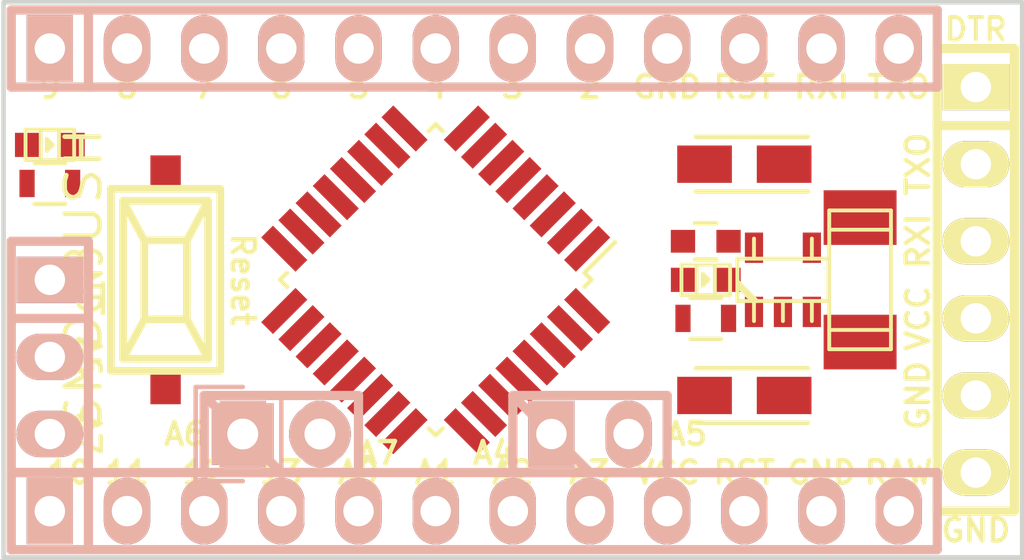
<source format=kicad_pcb>
(kicad_pcb (version 4) (host pcbnew no-vcs-found-product)

  (general
    (links 0)
    (no_connects 0)
    (area 125.400999 87.300999 159.079001 105.739001)
    (thickness 1.6)
    (drawings 42)
    (tracks 0)
    (zones 0)
    (modules 18)
    (nets 1)
  )

  (page A4)
  (layers
    (0 F.Cu signal)
    (31 B.Cu signal)
    (32 B.Adhes user)
    (33 F.Adhes user)
    (34 B.Paste user)
    (35 F.Paste user)
    (36 B.SilkS user)
    (37 F.SilkS user)
    (38 B.Mask user)
    (39 F.Mask user)
    (40 Dwgs.User user)
    (41 Cmts.User user)
    (42 Eco1.User user)
    (43 Eco2.User user)
    (44 Edge.Cuts user)
    (45 Margin user)
    (46 B.CrtYd user)
    (47 F.CrtYd user)
    (48 B.Fab user)
    (49 F.Fab user)
  )

  (setup
    (last_trace_width 0.25)
    (trace_clearance 0.2)
    (zone_clearance 0.508)
    (zone_45_only no)
    (trace_min 0.2)
    (segment_width 0.2)
    (edge_width 0.15)
    (via_size 0.6)
    (via_drill 0.4)
    (via_min_size 0.4)
    (via_min_drill 0.3)
    (uvia_size 0.3)
    (uvia_drill 0.1)
    (uvias_allowed no)
    (uvia_min_size 0.2)
    (uvia_min_drill 0.1)
    (pcb_text_width 0.3)
    (pcb_text_size 1.5 1.5)
    (mod_edge_width 0.15)
    (mod_text_size 1 1)
    (mod_text_width 0.15)
    (pad_size 1.524 1.524)
    (pad_drill 0.762)
    (pad_to_mask_clearance 0.2)
    (aux_axis_origin 0 0)
    (visible_elements FFFFFFFF)
    (pcbplotparams
      (layerselection 0x00030_80000001)
      (usegerberextensions false)
      (excludeedgelayer true)
      (linewidth 0.100000)
      (plotframeref false)
      (viasonmask false)
      (mode 1)
      (useauxorigin false)
      (hpglpennumber 1)
      (hpglpenspeed 20)
      (hpglpendiameter 15)
      (hpglpenoverlay 2)
      (psnegative false)
      (psa4output false)
      (plotreference true)
      (plotvalue true)
      (plotinvisibletext false)
      (padsonsilk false)
      (subtractmaskfromsilk false)
      (outputformat 1)
      (mirror false)
      (drillshape 1)
      (scaleselection 1)
      (outputdirectory ""))
  )

  (net 0 "")

  (net_class Default "This is the default net class."
    (clearance 0.2)
    (trace_width 0.25)
    (via_dia 0.6)
    (via_drill 0.4)
    (uvia_dia 0.3)
    (uvia_drill 0.1)
  )

  (module w_pin_strip:pin_strip_2 (layer B.Cu) (tedit 55AB7377) (tstamp 55AE0241)
    (at 144.78 101.6)
    (descr "Pin strip 2pin")
    (tags "CONN DEV")
    (fp_text reference PIN_STRIP_2 (at 0 0) (layer B.SilkS) hide
      (effects (font (size 1.016 1.016) (thickness 0.2032)) (justify mirror))
    )
    (fp_text value Val** (at 0 0) (layer B.SilkS) hide
      (effects (font (size 1.016 0.889) (thickness 0.2032)) (justify mirror))
    )
    (fp_line (start -2.54 -1.27) (end 0 1.27) (layer B.SilkS) (width 0.3048))
    (fp_line (start 2.54 -1.27) (end -2.54 -1.27) (layer B.SilkS) (width 0.3048))
    (fp_line (start -2.54 1.27) (end 2.54 1.27) (layer B.SilkS) (width 0.3048))
    (fp_line (start -2.54 -1.27) (end -2.54 1.27) (layer B.SilkS) (width 0.3048))
    (fp_line (start 2.54 1.27) (end 2.54 -1.27) (layer B.SilkS) (width 0.3048))
    (pad 1 thru_hole rect (at -1.27 0) (size 1.524 2.19964) (drill 1.00076) (layers *.Cu *.Mask B.SilkS))
    (pad 2 thru_hole oval (at 1.27 0) (size 1.524 2.19964) (drill 1.00076) (layers *.Cu *.Mask B.SilkS))
    (model walter/pin_strip/pin_strip_2.wrl
      (at (xyz 0 0 0))
      (scale (xyz 1 1 1))
      (rotate (xyz 0 0 0))
    )
  )

  (module w_pin_strip:pin_strip_12 (layer B.Cu) (tedit 55AB735C) (tstamp 55AE014C)
    (at 140.97 88.9)
    (descr "Pin strip 12pin")
    (tags "CONN DEV")
    (fp_text reference PIN_STRIP_12 (at 0 2.159) (layer B.SilkS) hide
      (effects (font (size 1.016 1.016) (thickness 0.2032)) (justify mirror))
    )
    (fp_text value Val** (at 0.254 3.556) (layer B.SilkS) hide
      (effects (font (size 1.016 0.889) (thickness 0.2032)) (justify mirror))
    )
    (fp_line (start 15.24 -1.27) (end -15.24 -1.27) (layer B.SilkS) (width 0.3048))
    (fp_line (start -15.24 1.27) (end 15.24 1.27) (layer B.SilkS) (width 0.3048))
    (fp_line (start 15.24 1.27) (end 15.24 -1.27) (layer B.SilkS) (width 0.3048))
    (fp_line (start -12.7 1.27) (end -12.7 -1.27) (layer B.SilkS) (width 0.3048))
    (fp_line (start -15.24 -1.27) (end -15.24 1.27) (layer B.SilkS) (width 0.3048))
    (pad 1 thru_hole rect (at -13.97 0) (size 1.524 2.19964) (drill 1.00076) (layers *.Cu *.Mask B.SilkS))
    (pad 2 thru_hole oval (at -11.43 0) (size 1.524 2.19964) (drill 1.00076) (layers *.Cu *.Mask B.SilkS))
    (pad 3 thru_hole oval (at -8.89 0) (size 1.524 2.19964) (drill 1.00076) (layers *.Cu *.Mask B.SilkS))
    (pad 4 thru_hole oval (at -6.35 0) (size 1.524 2.19964) (drill 1.00076) (layers *.Cu *.Mask B.SilkS))
    (pad 5 thru_hole oval (at -3.81 0) (size 1.524 2.19964) (drill 1.00076) (layers *.Cu *.Mask B.SilkS))
    (pad 6 thru_hole oval (at -1.27 0) (size 1.524 2.19964) (drill 1.00076) (layers *.Cu *.Mask B.SilkS))
    (pad 7 thru_hole oval (at 1.27 0) (size 1.524 2.19964) (drill 1.00076) (layers *.Cu *.Mask B.SilkS))
    (pad 8 thru_hole oval (at 3.81 0) (size 1.524 2.19964) (drill 1.00076) (layers *.Cu *.Mask B.SilkS))
    (pad 9 thru_hole oval (at 6.35 0) (size 1.524 2.19964) (drill 1.00076) (layers *.Cu *.Mask B.SilkS))
    (pad 10 thru_hole oval (at 8.89 0) (size 1.524 2.19964) (drill 1.00076) (layers *.Cu *.Mask B.SilkS))
    (pad 11 thru_hole oval (at 11.43 0) (size 1.524 2.19964) (drill 1.00076) (layers *.Cu *.Mask B.SilkS))
    (pad 12 thru_hole oval (at 13.97 0) (size 1.524 2.19964) (drill 1.00076) (layers *.Cu *.Mask B.SilkS))
    (model walter/pin_strip/pin_strip_12.wrl
      (at (xyz 0 0 0))
      (scale (xyz 1 1 1))
      (rotate (xyz 0 0 0))
    )
  )

  (module Resistors_SMD:R_0603 (layer F.Cu) (tedit 55AB5D5B) (tstamp 55B8996F)
    (at 148.59 97.79)
    (descr "Resistor SMD 0603, reflow soldering, Vishay (see dcrcw.pdf)")
    (tags "resistor 0603")
    (attr smd)
    (fp_text reference REF** (at 2.54 0) (layer F.SilkS) hide
      (effects (font (size 1 1) (thickness 0.15)))
    )
    (fp_text value R_0603 (at 1.27 1.27) (layer F.Fab)
      (effects (font (size 1 1) (thickness 0.15)))
    )
    (fp_line (start -1.3 -0.8) (end 1.3 -0.8) (layer F.CrtYd) (width 0.05))
    (fp_line (start -1.3 0.8) (end 1.3 0.8) (layer F.CrtYd) (width 0.05))
    (fp_line (start -1.3 -0.8) (end -1.3 0.8) (layer F.CrtYd) (width 0.05))
    (fp_line (start 1.3 -0.8) (end 1.3 0.8) (layer F.CrtYd) (width 0.05))
    (fp_line (start 0.5 0.675) (end -0.5 0.675) (layer F.SilkS) (width 0.15))
    (fp_line (start -0.5 -0.675) (end 0.5 -0.675) (layer F.SilkS) (width 0.15))
    (pad 1 smd rect (at -0.75 0) (size 0.5 0.9) (layers F.Cu F.Paste F.Mask))
    (pad 2 smd rect (at 0.75 0) (size 0.5 0.9) (layers F.Cu F.Paste F.Mask))
    (model Resistors_SMD.3dshapes/R_0603.wrl
      (at (xyz 0 0 0))
      (scale (xyz 1 1 1))
      (rotate (xyz 0 0 0))
    )
  )

  (module w_smd_leds:Led_0603 (layer F.Cu) (tedit 55AB5D83) (tstamp 55B8995F)
    (at 148.59 96.52)
    (descr "SMD LED, 0603")
    (fp_text reference LD** (at 0 -1.09982) (layer F.SilkS) hide
      (effects (font (size 0.59944 0.59944) (thickness 0.11938)))
    )
    (fp_text value Led_0603 (at 0 1.19888) (layer F.SilkS) hide
      (effects (font (size 0.59944 0.59944) (thickness 0.11938)))
    )
    (fp_line (start 0.29972 0.50038) (end 0.29972 -0.50038) (layer F.SilkS) (width 0.127))
    (fp_line (start -0.29972 -0.50038) (end -0.29972 0.50038) (layer F.SilkS) (width 0.127))
    (fp_line (start 0 0.09906) (end 0 -0.09906) (layer F.SilkS) (width 0.127))
    (fp_line (start -0.09906 -0.20066) (end -0.09906 0.20066) (layer F.SilkS) (width 0.127))
    (fp_line (start -0.09906 0.20066) (end 0.09906 0) (layer F.SilkS) (width 0.127))
    (fp_line (start 0.09906 0) (end -0.09906 -0.20066) (layer F.SilkS) (width 0.127))
    (fp_line (start -0.8001 -0.50038) (end 0.8001 -0.50038) (layer F.SilkS) (width 0.127))
    (fp_line (start 0.8001 -0.50038) (end 0.8001 0.50038) (layer F.SilkS) (width 0.127))
    (fp_line (start 0.8001 0.50038) (end -0.8001 0.50038) (layer F.SilkS) (width 0.127))
    (fp_line (start -0.8001 0.50038) (end -0.8001 -0.50038) (layer F.SilkS) (width 0.127))
    (pad 1 smd rect (at -0.7493 0) (size 0.79756 0.79756) (layers F.Cu F.Paste F.Mask))
    (pad 2 smd rect (at 0.7493 0) (size 0.79756 0.79756) (layers F.Cu F.Paste F.Mask))
    (model walter/smd_leds/led_0603.wrl
      (at (xyz 0 0 0))
      (scale (xyz 1 1 1))
      (rotate (xyz 0 0 0))
    )
  )

  (module Capacitors_Tantalum_SMD:TantalC_SizeA_EIA-3216_Reflow (layer F.Cu) (tedit 55AB5FA5) (tstamp 55B19F59)
    (at 149.86 100.33 180)
    (descr "Tantal Cap. , Size A, EIA-3216, Reflow")
    (tags "Tantal Capacitor Size-A EIA-3216 reflow")
    (attr smd)
    (fp_text reference REF** (at 0 -1.9 180) (layer F.SilkS) hide
      (effects (font (size 1 1) (thickness 0.15)))
    )
    (fp_text value TantalC_SizeA_EIA-3216_Reflow (at 5.08 0 180) (layer F.Fab)
      (effects (font (size 1 1) (thickness 0.15)))
    )
    (fp_line (start 1.6 0.9) (end -2.1 0.9) (layer F.SilkS) (width 0.15))
    (fp_line (start 1.6 -0.9) (end -2.1 -0.9) (layer F.SilkS) (width 0.15))
    (fp_line (start -2.5 1.2) (end 2.5 1.2) (layer F.CrtYd) (width 0.05))
    (fp_line (start 2.5 1.2) (end 2.5 -1.2) (layer F.CrtYd) (width 0.05))
    (fp_line (start 2.5 -1.2) (end -2.5 -1.2) (layer F.CrtYd) (width 0.05))
    (fp_line (start -2.5 -1.2) (end -2.5 1.2) (layer F.CrtYd) (width 0.05))
    (pad 2 smd rect (at 1.31 0 180) (size 1.8 1.23) (layers F.Cu F.Paste F.Mask))
    (pad 1 smd rect (at -1.31 0 180) (size 1.8 1.23) (layers F.Cu F.Paste F.Mask))
    (model Capacitors_Tantalum_SMD.3dshapes/TantalC_SizeA_EIA-3216_Reflow.wrl
      (at (xyz 0 0 0))
      (scale (xyz 1 1 1))
      (rotate (xyz 0 0 180))
    )
  )

  (module Pin_Headers:Pin_Header_Straight_1x02 (layer B.Cu) (tedit 55AB5BDB) (tstamp 55AE1D9A)
    (at 133.35 101.6 270)
    (descr "Through hole pin header")
    (tags "pin header")
    (fp_text reference REF** (at 0 -0.609 360) (layer B.SilkS) hide
      (effects (font (size 1 1) (thickness 0.15)) (justify mirror))
    )
    (fp_text value Pin_Header_Straight_1x02 (at -9.144 -2.286 360) (layer B.Fab)
      (effects (font (size 1 1) (thickness 0.15)) (justify mirror))
    )
    (fp_line (start 1.27 -1.27) (end 1.27 -3.81) (layer B.SilkS) (width 0.15))
    (fp_line (start 1.55 1.55) (end 1.55 0) (layer B.SilkS) (width 0.15))
    (fp_line (start -1.75 1.75) (end -1.75 -4.3) (layer B.CrtYd) (width 0.05))
    (fp_line (start 1.75 1.75) (end 1.75 -4.3) (layer B.CrtYd) (width 0.05))
    (fp_line (start -1.75 1.75) (end 1.75 1.75) (layer B.CrtYd) (width 0.05))
    (fp_line (start -1.75 -4.3) (end 1.75 -4.3) (layer B.CrtYd) (width 0.05))
    (fp_line (start 1.27 -1.27) (end -1.27 -1.27) (layer B.SilkS) (width 0.15))
    (fp_line (start -1.55 0) (end -1.55 1.55) (layer B.SilkS) (width 0.15))
    (fp_line (start -1.55 1.55) (end 1.55 1.55) (layer B.SilkS) (width 0.15))
    (fp_line (start -1.27 -1.27) (end -1.27 -3.81) (layer B.SilkS) (width 0.15))
    (fp_line (start -1.27 -3.81) (end 1.27 -3.81) (layer B.SilkS) (width 0.15))
    (pad 1 thru_hole rect (at 0 0 270) (size 2.032 2.032) (drill 1.016) (layers *.Cu *.Mask B.SilkS))
    (pad 2 thru_hole oval (at 0 -2.54 270) (size 2.032 2.032) (drill 1.016) (layers *.Cu *.Mask B.SilkS))
    (model Pin_Headers.3dshapes/Pin_Header_Straight_1x02.wrl
      (at (xyz 0 -0.05 0))
      (scale (xyz 1 1 1))
      (rotate (xyz 0 0 90))
    )
  )

  (module Housings_QFP:TQFP-32_7x7mm_Pitch0.8mm (layer F.Cu) (tedit 55AB5BF6) (tstamp 55ABD027)
    (at 139.7 96.52 225)
    (descr "32-Lead Plastic Thin Quad Flatpack (PT) - 7x7x1.0 mm Body, 2.00 mm [TQFP] (see Microchip Packaging Specification 00000049BS.pdf)")
    (tags "QFP 0.8")
    (attr smd)
    (fp_text reference REF** (at 0 -6.05 225) (layer F.SilkS) hide
      (effects (font (size 1 1) (thickness 0.15)))
    )
    (fp_text value TQFP-32_7x7mm_Pitch0.8mm (at -0.898026 -0.898026 225) (layer F.Fab)
      (effects (font (size 1 1) (thickness 0.15)))
    )
    (fp_line (start -5.3 -5.3) (end -5.3 5.3) (layer F.CrtYd) (width 0.05))
    (fp_line (start 5.3 -5.3) (end 5.3 5.3) (layer F.CrtYd) (width 0.05))
    (fp_line (start -5.3 -5.3) (end 5.3 -5.3) (layer F.CrtYd) (width 0.05))
    (fp_line (start -5.3 5.3) (end 5.3 5.3) (layer F.CrtYd) (width 0.05))
    (fp_line (start -3.625 -3.625) (end -3.625 -3.3) (layer F.SilkS) (width 0.15))
    (fp_line (start 3.625 -3.625) (end 3.625 -3.3) (layer F.SilkS) (width 0.15))
    (fp_line (start 3.625 3.625) (end 3.625 3.3) (layer F.SilkS) (width 0.15))
    (fp_line (start -3.625 3.625) (end -3.625 3.3) (layer F.SilkS) (width 0.15))
    (fp_line (start -3.625 -3.625) (end -3.3 -3.625) (layer F.SilkS) (width 0.15))
    (fp_line (start -3.625 3.625) (end -3.3 3.625) (layer F.SilkS) (width 0.15))
    (fp_line (start 3.625 3.625) (end 3.3 3.625) (layer F.SilkS) (width 0.15))
    (fp_line (start 3.625 -3.625) (end 3.3 -3.625) (layer F.SilkS) (width 0.15))
    (fp_line (start -3.625 -3.3) (end -5.05 -3.3) (layer F.SilkS) (width 0.15))
    (pad 1 smd rect (at -4.25 -2.8 225) (size 1.6 0.55) (layers F.Cu F.Paste F.Mask))
    (pad 2 smd rect (at -4.25 -2 225) (size 1.6 0.55) (layers F.Cu F.Paste F.Mask))
    (pad 3 smd rect (at -4.25 -1.2 225) (size 1.6 0.55) (layers F.Cu F.Paste F.Mask))
    (pad 4 smd rect (at -4.25 -0.4 225) (size 1.6 0.55) (layers F.Cu F.Paste F.Mask))
    (pad 5 smd rect (at -4.25 0.4 225) (size 1.6 0.55) (layers F.Cu F.Paste F.Mask))
    (pad 6 smd rect (at -4.25 1.2 225) (size 1.6 0.55) (layers F.Cu F.Paste F.Mask))
    (pad 7 smd rect (at -4.25 2 225) (size 1.6 0.55) (layers F.Cu F.Paste F.Mask))
    (pad 8 smd rect (at -4.25 2.8 225) (size 1.6 0.55) (layers F.Cu F.Paste F.Mask))
    (pad 9 smd rect (at -2.8 4.25 315) (size 1.6 0.55) (layers F.Cu F.Paste F.Mask))
    (pad 10 smd rect (at -2 4.25 315) (size 1.6 0.55) (layers F.Cu F.Paste F.Mask))
    (pad 11 smd rect (at -1.2 4.25 315) (size 1.6 0.55) (layers F.Cu F.Paste F.Mask))
    (pad 12 smd rect (at -0.4 4.25 315) (size 1.6 0.55) (layers F.Cu F.Paste F.Mask))
    (pad 13 smd rect (at 0.4 4.25 315) (size 1.6 0.55) (layers F.Cu F.Paste F.Mask))
    (pad 14 smd rect (at 1.2 4.25 315) (size 1.6 0.55) (layers F.Cu F.Paste F.Mask))
    (pad 15 smd rect (at 2 4.25 315) (size 1.6 0.55) (layers F.Cu F.Paste F.Mask))
    (pad 16 smd rect (at 2.8 4.25 315) (size 1.6 0.55) (layers F.Cu F.Paste F.Mask))
    (pad 17 smd rect (at 4.25 2.8 225) (size 1.6 0.55) (layers F.Cu F.Paste F.Mask))
    (pad 18 smd rect (at 4.25 2 225) (size 1.6 0.55) (layers F.Cu F.Paste F.Mask))
    (pad 19 smd rect (at 4.25 1.2 225) (size 1.6 0.55) (layers F.Cu F.Paste F.Mask))
    (pad 20 smd rect (at 4.25 0.4 225) (size 1.6 0.55) (layers F.Cu F.Paste F.Mask))
    (pad 21 smd rect (at 4.25 -0.4 225) (size 1.6 0.55) (layers F.Cu F.Paste F.Mask))
    (pad 22 smd rect (at 4.25 -1.2 225) (size 1.6 0.55) (layers F.Cu F.Paste F.Mask))
    (pad 23 smd rect (at 4.25 -2 225) (size 1.6 0.55) (layers F.Cu F.Paste F.Mask))
    (pad 24 smd rect (at 4.25 -2.8 225) (size 1.6 0.55) (layers F.Cu F.Paste F.Mask))
    (pad 25 smd rect (at 2.8 -4.25 315) (size 1.6 0.55) (layers F.Cu F.Paste F.Mask))
    (pad 26 smd rect (at 2 -4.25 315) (size 1.6 0.55) (layers F.Cu F.Paste F.Mask))
    (pad 27 smd rect (at 1.2 -4.25 315) (size 1.6 0.55) (layers F.Cu F.Paste F.Mask))
    (pad 28 smd rect (at 0.4 -4.25 315) (size 1.6 0.55) (layers F.Cu F.Paste F.Mask))
    (pad 29 smd rect (at -0.4 -4.25 315) (size 1.6 0.55) (layers F.Cu F.Paste F.Mask))
    (pad 30 smd rect (at -1.2 -4.25 315) (size 1.6 0.55) (layers F.Cu F.Paste F.Mask))
    (pad 31 smd rect (at -2 -4.25 315) (size 1.6 0.55) (layers F.Cu F.Paste F.Mask))
    (pad 32 smd rect (at -2.8 -4.25 315) (size 1.6 0.55) (layers F.Cu F.Paste F.Mask))
    (model Housings_QFP.3dshapes/TQFP-32_7x7mm_Pitch0.8mm.wrl
      (at (xyz 0 0 0))
      (scale (xyz 1 1 1))
      (rotate (xyz 0 0 0))
    )
  )

  (module Capacitors_Tantalum_SMD:TantalC_SizeA_EIA-3216_Reflow (layer F.Cu) (tedit 55AB5FAD) (tstamp 55B19F3F)
    (at 149.86 92.71 180)
    (descr "Tantal Cap. , Size A, EIA-3216, Reflow")
    (tags "Tantal Capacitor Size-A EIA-3216 reflow")
    (attr smd)
    (fp_text reference REF** (at 0 -1.9 180) (layer F.SilkS) hide
      (effects (font (size 1 1) (thickness 0.15)))
    )
    (fp_text value TantalC_SizeA_EIA-3216_Reflow (at 3.81 0 180) (layer F.Fab)
      (effects (font (size 1 1) (thickness 0.15)))
    )
    (fp_line (start 1.6 0.9) (end -2.1 0.9) (layer F.SilkS) (width 0.15))
    (fp_line (start 1.6 -0.9) (end -2.1 -0.9) (layer F.SilkS) (width 0.15))
    (fp_line (start -2.5 1.2) (end 2.5 1.2) (layer F.CrtYd) (width 0.05))
    (fp_line (start 2.5 1.2) (end 2.5 -1.2) (layer F.CrtYd) (width 0.05))
    (fp_line (start 2.5 -1.2) (end -2.5 -1.2) (layer F.CrtYd) (width 0.05))
    (fp_line (start -2.5 -1.2) (end -2.5 1.2) (layer F.CrtYd) (width 0.05))
    (pad 2 smd rect (at 1.31 0 180) (size 1.8 1.23) (layers F.Cu F.Paste F.Mask))
    (pad 1 smd rect (at -1.31 0 180) (size 1.8 1.23) (layers F.Cu F.Paste F.Mask))
    (model Capacitors_Tantalum_SMD.3dshapes/TantalC_SizeA_EIA-3216_Reflow.wrl
      (at (xyz 0 0 0))
      (scale (xyz 1 1 1))
      (rotate (xyz 0 0 180))
    )
  )

  (module w_smd_trans:sot23-5 (layer F.Cu) (tedit 55AB5C94) (tstamp 55B3F066)
    (at 151.13 96.52)
    (descr SOT23-5)
    (fp_text reference SOT23-5 (at 0 -2.0574) (layer F.SilkS) hide
      (effects (font (size 0.50038 0.50038) (thickness 0.09906)))
    )
    (fp_text value Q*** (at 0 0) (layer F.SilkS) hide
      (effects (font (size 0.50038 0.50038) (thickness 0.09906)))
    )
    (fp_line (start -0.8509 0.6985) (end -1.4986 0.0508) (layer F.SilkS) (width 0.127))
    (fp_line (start -1.0033 0.6985) (end -1.4986 0.2032) (layer F.SilkS) (width 0.127))
    (fp_line (start 0.9525 -0.6985) (end 0.9525 -1.3589) (layer F.SilkS) (width 0.127))
    (fp_line (start -0.9525 -0.6985) (end -0.9525 -1.3589) (layer F.SilkS) (width 0.127))
    (fp_line (start 0 0.6985) (end 0 1.3589) (layer F.SilkS) (width 0.127))
    (fp_line (start 0.9525 0.6985) (end 0.9525 1.3589) (layer F.SilkS) (width 0.127))
    (fp_line (start -0.9525 0.6985) (end -0.9525 1.3589) (layer F.SilkS) (width 0.127))
    (fp_line (start -1.4986 -0.6985) (end 1.4986 -0.6985) (layer F.SilkS) (width 0.127))
    (fp_line (start 1.4986 -0.6985) (end 1.4986 0.6985) (layer F.SilkS) (width 0.127))
    (fp_line (start 1.4986 0.6985) (end -1.4986 0.6985) (layer F.SilkS) (width 0.127))
    (fp_line (start -1.4986 0.6985) (end -1.4986 -0.6985) (layer F.SilkS) (width 0.127))
    (pad 1 smd rect (at -0.9525 1.05664) (size 0.59944 1.00076) (layers F.Cu F.Paste F.Mask))
    (pad 3 smd rect (at 0.9525 1.05664) (size 0.59944 1.00076) (layers F.Cu F.Paste F.Mask))
    (pad 2 smd rect (at 0 1.05664) (size 0.59944 1.00076) (layers F.Cu F.Paste F.Mask))
    (pad 4 smd rect (at 0.9525 -1.05664) (size 0.59944 1.00076) (layers F.Cu F.Paste F.Mask))
    (pad 5 smd rect (at -0.9525 -1.05664) (size 0.59944 1.00076) (layers F.Cu F.Paste F.Mask))
    (model walter/smd_trans/sot23-5.wrl
      (at (xyz 0 0 0))
      (scale (xyz 1 1 1))
      (rotate (xyz 0 0 0))
    )
  )

  (module Resistors_SMD:R_0603 (layer F.Cu) (tedit 55AB5D5B) (tstamp 55B77006)
    (at 127 93.345)
    (descr "Resistor SMD 0603, reflow soldering, Vishay (see dcrcw.pdf)")
    (tags "resistor 0603")
    (attr smd)
    (fp_text reference REF** (at 2.54 0) (layer F.SilkS) hide
      (effects (font (size 1 1) (thickness 0.15)))
    )
    (fp_text value R_0603 (at 1.27 1.27) (layer F.Fab)
      (effects (font (size 1 1) (thickness 0.15)))
    )
    (fp_line (start -1.3 -0.8) (end 1.3 -0.8) (layer F.CrtYd) (width 0.05))
    (fp_line (start -1.3 0.8) (end 1.3 0.8) (layer F.CrtYd) (width 0.05))
    (fp_line (start -1.3 -0.8) (end -1.3 0.8) (layer F.CrtYd) (width 0.05))
    (fp_line (start 1.3 -0.8) (end 1.3 0.8) (layer F.CrtYd) (width 0.05))
    (fp_line (start 0.5 0.675) (end -0.5 0.675) (layer F.SilkS) (width 0.15))
    (fp_line (start -0.5 -0.675) (end 0.5 -0.675) (layer F.SilkS) (width 0.15))
    (pad 1 smd rect (at -0.75 0) (size 0.5 0.9) (layers F.Cu F.Paste F.Mask))
    (pad 2 smd rect (at 0.75 0) (size 0.5 0.9) (layers F.Cu F.Paste F.Mask))
    (model Resistors_SMD.3dshapes/R_0603.wrl
      (at (xyz 0 0 0))
      (scale (xyz 1 1 1))
      (rotate (xyz 0 0 0))
    )
  )

  (module w_smd_leds:Led_0603 (layer F.Cu) (tedit 55AB6A43) (tstamp 55B8991B)
    (at 127 92.075)
    (descr "SMD LED, 0603")
    (fp_text reference LD** (at 0 -1.09982) (layer F.SilkS) hide
      (effects (font (size 0.59944 0.59944) (thickness 0.11938)))
    )
    (fp_text value Led_0603 (at 1.27 0.635) (layer F.SilkS) hide
      (effects (font (size 0.59944 0.59944) (thickness 0.11938)))
    )
    (fp_line (start 0.29972 0.50038) (end 0.29972 -0.50038) (layer F.SilkS) (width 0.127))
    (fp_line (start -0.29972 -0.50038) (end -0.29972 0.50038) (layer F.SilkS) (width 0.127))
    (fp_line (start 0 0.09906) (end 0 -0.09906) (layer F.SilkS) (width 0.127))
    (fp_line (start -0.09906 -0.20066) (end -0.09906 0.20066) (layer F.SilkS) (width 0.127))
    (fp_line (start -0.09906 0.20066) (end 0.09906 0) (layer F.SilkS) (width 0.127))
    (fp_line (start 0.09906 0) (end -0.09906 -0.20066) (layer F.SilkS) (width 0.127))
    (fp_line (start -0.8001 -0.50038) (end 0.8001 -0.50038) (layer F.SilkS) (width 0.127))
    (fp_line (start 0.8001 -0.50038) (end 0.8001 0.50038) (layer F.SilkS) (width 0.127))
    (fp_line (start 0.8001 0.50038) (end -0.8001 0.50038) (layer F.SilkS) (width 0.127))
    (fp_line (start -0.8001 0.50038) (end -0.8001 -0.50038) (layer F.SilkS) (width 0.127))
    (pad 1 smd rect (at -0.7493 0) (size 0.79756 0.79756) (layers F.Cu F.Paste F.Mask))
    (pad 2 smd rect (at 0.7493 0) (size 0.79756 0.79756) (layers F.Cu F.Paste F.Mask))
    (model walter/smd_leds/led_0603.wrl
      (at (xyz 0 0 0))
      (scale (xyz 1 1 1))
      (rotate (xyz 0 0 0))
    )
  )

  (module Capacitors_SMD:C_0603 (layer F.Cu) (tedit 55AB5F99) (tstamp 55B9C287)
    (at 148.59 95.25)
    (descr "Capacitor SMD 0603, reflow soldering, AVX (see smccp.pdf)")
    (tags "capacitor 0603")
    (attr smd)
    (fp_text reference REF** (at 0 -1.9) (layer F.SilkS) hide
      (effects (font (size 1 1) (thickness 0.15)))
    )
    (fp_text value C_0603 (at 0 1.9) (layer F.Fab)
      (effects (font (size 1 1) (thickness 0.15)))
    )
    (fp_line (start -1.45 -0.75) (end 1.45 -0.75) (layer F.CrtYd) (width 0.05))
    (fp_line (start -1.45 0.75) (end 1.45 0.75) (layer F.CrtYd) (width 0.05))
    (fp_line (start -1.45 -0.75) (end -1.45 0.75) (layer F.CrtYd) (width 0.05))
    (fp_line (start 1.45 -0.75) (end 1.45 0.75) (layer F.CrtYd) (width 0.05))
    (fp_line (start -0.35 -0.6) (end 0.35 -0.6) (layer F.SilkS) (width 0.15))
    (fp_line (start 0.35 0.6) (end -0.35 0.6) (layer F.SilkS) (width 0.15))
    (pad 1 smd rect (at -0.75 0) (size 0.8 0.75) (layers F.Cu F.Paste F.Mask))
    (pad 2 smd rect (at 0.75 0) (size 0.8 0.75) (layers F.Cu F.Paste F.Mask))
    (model Capacitors_SMD.3dshapes/C_0603.wrl
      (at (xyz 0 0 0))
      (scale (xyz 1 1 1))
      (rotate (xyz 0 0 0))
    )
  )

  (module w_smd_cap:c_1808 (layer F.Cu) (tedit 55AB5F80) (tstamp 55BAFBE3)
    (at 153.67 96.52 90)
    (descr "SMT capacitor, 1808")
    (fp_text reference c_1808 (at 0.0254 -1.7526 90) (layer F.SilkS) hide
      (effects (font (size 0.50038 0.50038) (thickness 0.11938)))
    )
    (fp_text value C*** (at -0.0254 1.7272 90) (layer F.SilkS) hide
      (effects (font (size 0.50038 0.50038) (thickness 0.11938)))
    )
    (fp_line (start -1.651 -1.016) (end -1.651 1.016) (layer F.SilkS) (width 0.127))
    (fp_line (start 1.651 -1.016) (end 1.651 1.016) (layer F.SilkS) (width 0.127))
    (fp_line (start -2.286 -1.016) (end -2.286 1.016) (layer F.SilkS) (width 0.127))
    (fp_line (start -2.286 1.016) (end 2.286 1.016) (layer F.SilkS) (width 0.127))
    (fp_line (start 2.286 1.016) (end 2.286 -1.016) (layer F.SilkS) (width 0.127))
    (fp_line (start 2.286 -1.016) (end -2.286 -1.016) (layer F.SilkS) (width 0.127))
    (pad 1 smd rect (at 2.04978 0 90) (size 1.80086 2.4003) (layers F.Cu F.Paste F.Mask))
    (pad 2 smd rect (at -2.04978 0 90) (size 1.80086 2.4003) (layers F.Cu F.Paste F.Mask))
    (model walter/smd_cap/c_1808.wrl
      (at (xyz 0 0 0))
      (scale (xyz 1 1 1))
      (rotate (xyz 0 0 0))
    )
  )

  (module w_pin_strip:pin_strip_6 (layer F.Cu) (tedit 55AB71FA) (tstamp 55ACD8EB)
    (at 157.48 96.52 270)
    (descr "Pin strip 6pin")
    (tags "CONN DEV")
    (fp_text reference PIN_STRIP_6 (at 0 0 270) (layer F.SilkS) hide
      (effects (font (size 1.016 1.016) (thickness 0.2032)))
    )
    (fp_text value Val** (at 0.635 0 270) (layer F.SilkS) hide
      (effects (font (size 1.016 0.889) (thickness 0.2032)))
    )
    (fp_line (start -5.08 -1.27) (end -5.08 1.27) (layer F.SilkS) (width 0.3048))
    (fp_line (start -7.62 1.27) (end -7.62 -1.27) (layer F.SilkS) (width 0.3048))
    (fp_line (start -7.62 -1.27) (end 7.62 -1.27) (layer F.SilkS) (width 0.3048))
    (fp_line (start 7.62 -1.27) (end 7.62 1.27) (layer F.SilkS) (width 0.3048))
    (fp_line (start 7.62 1.27) (end -7.62 1.27) (layer F.SilkS) (width 0.3048))
    (pad 1 thru_hole rect (at -6.35 0 270) (size 1.524 2.19964) (drill 1.00076) (layers *.Cu *.Mask F.SilkS))
    (pad 2 thru_hole oval (at -3.81 0 270) (size 1.524 2.19964) (drill 1.00076) (layers *.Cu *.Mask F.SilkS))
    (pad 3 thru_hole oval (at -1.27 0 270) (size 1.524 2.19964) (drill 1.00076) (layers *.Cu *.Mask F.SilkS))
    (pad 4 thru_hole oval (at 1.27 0 270) (size 1.524 2.19964) (drill 1.00076) (layers *.Cu *.Mask F.SilkS))
    (pad 5 thru_hole oval (at 3.81 0 270) (size 1.524 2.19964) (drill 1.00076) (layers *.Cu *.Mask F.SilkS))
    (pad 6 thru_hole oval (at 6.35 0 270) (size 1.524 2.19964) (drill 1.00076) (layers *.Cu *.Mask F.SilkS))
    (model walter/pin_strip/pin_strip_6.wrl
      (at (xyz 0 0 0))
      (scale (xyz 1 1 1))
      (rotate (xyz 0 0 0))
    )
  )

  (module w_pin_strip:pin_strip_12 (layer B.Cu) (tedit 55AB7358) (tstamp 55AE0135)
    (at 140.97 104.14)
    (descr "Pin strip 12pin")
    (tags "CONN DEV")
    (fp_text reference PIN_STRIP_12 (at 0.635 0) (layer B.SilkS) hide
      (effects (font (size 1.016 1.016) (thickness 0.2032)) (justify mirror))
    )
    (fp_text value Val** (at 0.635 0) (layer B.SilkS) hide
      (effects (font (size 1.016 0.889) (thickness 0.2032)) (justify mirror))
    )
    (fp_line (start 15.24 -1.27) (end -15.24 -1.27) (layer B.SilkS) (width 0.3048))
    (fp_line (start -15.24 1.27) (end 15.24 1.27) (layer B.SilkS) (width 0.3048))
    (fp_line (start 15.24 1.27) (end 15.24 -1.27) (layer B.SilkS) (width 0.3048))
    (fp_line (start -12.7 1.27) (end -12.7 -1.27) (layer B.SilkS) (width 0.3048))
    (fp_line (start -15.24 -1.27) (end -15.24 1.27) (layer B.SilkS) (width 0.3048))
    (pad 1 thru_hole rect (at -13.97 0) (size 1.524 2.19964) (drill 1.00076) (layers *.Cu *.Mask B.SilkS))
    (pad 2 thru_hole oval (at -11.43 0) (size 1.524 2.19964) (drill 1.00076) (layers *.Cu *.Mask B.SilkS))
    (pad 3 thru_hole oval (at -8.89 0) (size 1.524 2.19964) (drill 1.00076) (layers *.Cu *.Mask B.SilkS))
    (pad 4 thru_hole oval (at -6.35 0) (size 1.524 2.19964) (drill 1.00076) (layers *.Cu *.Mask B.SilkS))
    (pad 5 thru_hole oval (at -3.81 0) (size 1.524 2.19964) (drill 1.00076) (layers *.Cu *.Mask B.SilkS))
    (pad 6 thru_hole oval (at -1.27 0) (size 1.524 2.19964) (drill 1.00076) (layers *.Cu *.Mask B.SilkS))
    (pad 7 thru_hole oval (at 1.27 0) (size 1.524 2.19964) (drill 1.00076) (layers *.Cu *.Mask B.SilkS))
    (pad 8 thru_hole oval (at 3.81 0) (size 1.524 2.19964) (drill 1.00076) (layers *.Cu *.Mask B.SilkS))
    (pad 9 thru_hole oval (at 6.35 0) (size 1.524 2.19964) (drill 1.00076) (layers *.Cu *.Mask B.SilkS))
    (pad 10 thru_hole oval (at 8.89 0) (size 1.524 2.19964) (drill 1.00076) (layers *.Cu *.Mask B.SilkS))
    (pad 11 thru_hole oval (at 11.43 0) (size 1.524 2.19964) (drill 1.00076) (layers *.Cu *.Mask B.SilkS))
    (pad 12 thru_hole oval (at 13.97 0) (size 1.524 2.19964) (drill 1.00076) (layers *.Cu *.Mask B.SilkS))
    (model walter/pin_strip/pin_strip_12.wrl
      (at (xyz 0 0 0))
      (scale (xyz 1 1 1))
      (rotate (xyz 0 0 0))
    )
  )

  (module w_pin_strip:pin_strip_3 (layer B.Cu) (tedit 55AB7353) (tstamp 55AE01C3)
    (at 127 99.06 270)
    (descr "Pin strip 3pin")
    (tags "CONN DEV")
    (fp_text reference PIN_STRIP_3 (at -0.635 0 270) (layer B.SilkS) hide
      (effects (font (size 1.016 1.016) (thickness 0.2032)) (justify mirror))
    )
    (fp_text value Val** (at -0.635 0 270) (layer B.SilkS) hide
      (effects (font (size 1.016 0.889) (thickness 0.2032)) (justify mirror))
    )
    (fp_line (start -1.27 -1.27) (end -1.27 1.27) (layer B.SilkS) (width 0.3048))
    (fp_line (start -3.81 1.27) (end 3.81 1.27) (layer B.SilkS) (width 0.3048))
    (fp_line (start 3.81 1.27) (end 3.81 -1.27) (layer B.SilkS) (width 0.3048))
    (fp_line (start 3.81 -1.27) (end -3.81 -1.27) (layer B.SilkS) (width 0.3048))
    (fp_line (start -3.81 -1.27) (end -3.81 1.27) (layer B.SilkS) (width 0.3048))
    (pad 1 thru_hole rect (at -2.54 0 270) (size 1.524 2.19964) (drill 1.00076) (layers *.Cu *.Mask B.SilkS))
    (pad 2 thru_hole oval (at 0 0 270) (size 1.524 2.19964) (drill 1.00076) (layers *.Cu *.Mask B.SilkS))
    (pad 3 thru_hole oval (at 2.54 0 270) (size 1.524 2.19964) (drill 1.00076) (layers *.Cu *.Mask B.SilkS))
    (model walter/pin_strip/pin_strip_3.wrl
      (at (xyz 0 0 0))
      (scale (xyz 1 1 1))
      (rotate (xyz 0 0 0))
    )
  )

  (module w_pin_strip:pin_strip_2 (layer B.Cu) (tedit 55AB737A) (tstamp 55AE0234)
    (at 134.62 101.6)
    (descr "Pin strip 2pin")
    (tags "CONN DEV")
    (fp_text reference PIN_STRIP_2 (at 0 0) (layer B.SilkS) hide
      (effects (font (size 1.016 1.016) (thickness 0.2032)) (justify mirror))
    )
    (fp_text value Val** (at 0 0.635) (layer B.SilkS) hide
      (effects (font (size 1.016 0.889) (thickness 0.2032)) (justify mirror))
    )
    (fp_line (start -2.54 -1.27) (end 0 1.27) (layer B.SilkS) (width 0.3048))
    (fp_line (start 2.54 -1.27) (end -2.54 -1.27) (layer B.SilkS) (width 0.3048))
    (fp_line (start -2.54 1.27) (end 2.54 1.27) (layer B.SilkS) (width 0.3048))
    (fp_line (start -2.54 -1.27) (end -2.54 1.27) (layer B.SilkS) (width 0.3048))
    (fp_line (start 2.54 1.27) (end 2.54 -1.27) (layer B.SilkS) (width 0.3048))
    (pad 1 thru_hole rect (at -1.27 0) (size 1.524 2.19964) (drill 1.00076) (layers *.Cu *.Mask B.SilkS))
    (pad 2 thru_hole oval (at 1.27 0) (size 1.524 2.19964) (drill 1.00076) (layers *.Cu *.Mask B.SilkS))
    (model walter/pin_strip/pin_strip_2.wrl
      (at (xyz 0 0 0))
      (scale (xyz 1 1 1))
      (rotate (xyz 0 0 0))
    )
  )

  (module w_switch:smd_push (layer F.Cu) (tedit 55AB7AF8) (tstamp 55AF3476)
    (at 130.81 96.52 90)
    (descr "SMD Pushbutton")
    (autoplace_cost180 10)
    (fp_text reference SMD_PUSH (at 0 -2.70002 90) (layer F.SilkS)
      (effects (font (size 1.143 1.27) (thickness 0.1524)))
    )
    (fp_text value SW*** (at 0 2.79908 90) (layer F.SilkS) hide
      (effects (font (size 1.143 1.27) (thickness 0.1524)))
    )
    (fp_line (start 1.30048 -0.70104) (end 2.60096 -1.39954) (layer F.SilkS) (width 0.254))
    (fp_line (start 1.30048 0.70104) (end 2.60096 1.39954) (layer F.SilkS) (width 0.254))
    (fp_line (start -1.30048 0.70104) (end -2.60096 1.39954) (layer F.SilkS) (width 0.254))
    (fp_line (start -2.60096 -1.39954) (end -1.30048 -0.70104) (layer F.SilkS) (width 0.254))
    (fp_line (start -2.60096 -1.39954) (end 2.60096 -1.39954) (layer F.SilkS) (width 0.254))
    (fp_line (start 2.60096 -1.39954) (end 2.60096 1.39954) (layer F.SilkS) (width 0.254))
    (fp_line (start 2.60096 1.39954) (end -2.60096 1.39954) (layer F.SilkS) (width 0.254))
    (fp_line (start -2.60096 1.39954) (end -2.60096 -1.39954) (layer F.SilkS) (width 0.254))
    (fp_line (start -1.30048 -0.70104) (end 1.30048 -0.70104) (layer F.SilkS) (width 0.254))
    (fp_line (start 1.30048 -0.70104) (end 1.30048 0.70104) (layer F.SilkS) (width 0.254))
    (fp_line (start 1.30048 0.70104) (end -1.30048 0.70104) (layer F.SilkS) (width 0.254))
    (fp_line (start -1.30048 0.70104) (end -1.30048 -0.70104) (layer F.SilkS) (width 0.254))
    (fp_line (start -2.99974 -1.80086) (end 2.99974 -1.80086) (layer F.SilkS) (width 0.254))
    (fp_line (start 2.99974 -1.80086) (end 2.99974 1.80086) (layer F.SilkS) (width 0.254))
    (fp_line (start 2.99974 1.80086) (end -2.99974 1.80086) (layer F.SilkS) (width 0.254))
    (fp_line (start -2.99974 1.80086) (end -2.99974 -1.80086) (layer F.SilkS) (width 0.254))
    (pad 1 smd rect (at -3.59918 0 90) (size 1.00076 1.00076) (layers F.Cu F.Paste F.Mask))
    (pad 2 smd rect (at 3.59918 0 90) (size 1.00076 1.00076) (layers F.Cu F.Paste F.Mask))
    (model walter/switch/smd_push.wrl
      (at (xyz 0 0 0))
      (scale (xyz 1 1 1))
      (rotate (xyz 0 0 0))
    )
  )

  (gr_line (start 159.004 105.664) (end 125.476 105.664) (angle 90) (layer Edge.Cuts) (width 0.15))
  (gr_line (start 159.004 87.376) (end 159.004 105.664) (angle 90) (layer Edge.Cuts) (width 0.15))
  (gr_line (start 125.476 87.376) (end 159.004 87.376) (angle 90) (layer Edge.Cuts) (width 0.15))
  (gr_line (start 125.476 105.664) (end 125.476 87.376) (angle 90) (layer Edge.Cuts) (width 0.15))
  (gr_text Reset (at 133.35 96.52 270) (layer F.SilkS)
    (effects (font (size 0.738 0.738) (thickness 0.1476)))
  )
  (gr_text A5 (at 147.955 101.6) (layer F.SilkS)
    (effects (font (size 0.738 0.738) (thickness 0.1476)))
  )
  (gr_text A4 (at 141.605 102.235) (layer F.SilkS)
    (effects (font (size 0.738 0.738) (thickness 0.1476)))
  )
  (gr_text A6 (at 131.445 101.6) (layer F.SilkS)
    (effects (font (size 0.738 0.738) (thickness 0.1476)))
  )
  (gr_text A7 (at 137.795 102.235) (layer F.SilkS)
    (effects (font (size 0.738 0.738) (thickness 0.1476)))
  )
  (gr_text VCC (at 155.575 97.79 90) (layer F.SilkS)
    (effects (font (size 0.738 0.738) (thickness 0.1476)))
  )
  (gr_text RXI (at 155.575 95.25 90) (layer F.SilkS)
    (effects (font (size 0.738 0.738) (thickness 0.1476)))
  )
  (gr_text TXO (at 155.575 92.71 90) (layer F.SilkS)
    (effects (font (size 0.738 0.738) (thickness 0.1476)))
  )
  (gr_text GND (at 155.575 100.33 90) (layer F.SilkS)
    (effects (font (size 0.738 0.738) (thickness 0.1476)))
  )
  (gr_text RAW (at 154.94 102.87) (layer F.SilkS)
    (effects (font (size 0.738 0.738) (thickness 0.1476)))
  )
  (gr_text RST (at 149.86 102.87) (layer F.SilkS)
    (effects (font (size 0.738 0.738) (thickness 0.1476)))
  )
  (gr_text VCC (at 147.32 102.87) (layer F.SilkS)
    (effects (font (size 0.738 0.738) (thickness 0.1476)))
  )
  (gr_text A3 (at 144.78 102.87) (layer F.SilkS)
    (effects (font (size 0.738 0.738) (thickness 0.1476)))
  )
  (gr_text A2 (at 142.24 102.87) (layer F.SilkS)
    (effects (font (size 0.738 0.738) (thickness 0.1476)))
  )
  (gr_text A1 (at 139.7 102.87) (layer F.SilkS)
    (effects (font (size 0.738 0.738) (thickness 0.1476)))
  )
  (gr_text A0 (at 137.16 102.87) (layer F.SilkS)
    (effects (font (size 0.738 0.738) (thickness 0.1476)))
  )
  (gr_text 13 (at 134.62 102.87) (layer F.SilkS)
    (effects (font (size 0.738 0.738) (thickness 0.1476)))
  )
  (gr_text 12 (at 132.08 102.87) (layer F.SilkS)
    (effects (font (size 0.738 0.738) (thickness 0.1476)))
  )
  (gr_text 11 (at 129.54 102.87) (layer F.SilkS)
    (effects (font (size 0.738 0.738) (thickness 0.1476)))
  )
  (gr_text 10 (at 127.635 102.87) (layer F.SilkS)
    (effects (font (size 0.738 0.738) (thickness 0.1476)))
  )
  (gr_text GND (at 152.4 102.87) (layer F.SilkS)
    (effects (font (size 0.738 0.738) (thickness 0.1476)))
  )
  (gr_text GND (at 157.48 104.775) (layer F.SilkS)
    (effects (font (size 0.738 0.738) (thickness 0.1476)))
  )
  (gr_text DTR (at 157.48 88.265) (layer F.SilkS)
    (effects (font (size 0.738 0.738) (thickness 0.1337)))
  )
  (gr_text A7 (at 128.27 101.6 270) (layer F.SilkS)
    (effects (font (size 0.738 0.738) (thickness 0.1476)))
  )
  (gr_text A6 (at 128.27 99.06 270) (layer F.SilkS)
    (effects (font (size 0.738 0.738) (thickness 0.1476)))
  )
  (gr_text GND (at 128.27 96.52 270) (layer F.SilkS)
    (effects (font (size 0.738 0.738) (thickness 0.1476)))
  )
  (gr_text 9 (at 127 90.17) (layer F.SilkS)
    (effects (font (size 0.738 0.738) (thickness 0.1476)))
  )
  (gr_text 8 (at 129.54 90.17) (layer F.SilkS)
    (effects (font (size 0.738 0.738) (thickness 0.1476)))
  )
  (gr_text 7 (at 132.08 90.17) (layer F.SilkS)
    (effects (font (size 0.738 0.738) (thickness 0.1476)))
  )
  (gr_text 6 (at 134.62 90.17) (layer F.SilkS)
    (effects (font (size 0.738 0.738) (thickness 0.1476)))
  )
  (gr_text 5 (at 137.16 90.17) (layer F.SilkS)
    (effects (font (size 0.738 0.738) (thickness 0.1476)))
  )
  (gr_text TXO (at 154.94 90.17) (layer F.SilkS)
    (effects (font (size 0.738 0.738) (thickness 0.1337)))
  )
  (gr_text RXI (at 152.4 90.17) (layer F.SilkS)
    (effects (font (size 0.738 0.738) (thickness 0.1476)))
  )
  (gr_text RST (at 149.86 90.17) (layer F.SilkS)
    (effects (font (size 0.738 0.738) (thickness 0.1476)))
  )
  (gr_text GND (at 147.32 90.17) (layer F.SilkS)
    (effects (font (size 0.738 0.738) (thickness 0.1476)))
  )
  (gr_text 2 (at 144.78 90.17) (layer F.SilkS)
    (effects (font (size 0.738 0.738) (thickness 0.1476)))
  )
  (gr_text 3 (at 142.24 90.17) (layer F.SilkS)
    (effects (font (size 0.738 0.738) (thickness 0.1476)))
  )
  (gr_text 4 (at 139.7 90.17) (layer F.SilkS)
    (effects (font (size 0.738 0.738) (thickness 0.1476)))
  )

)

</source>
